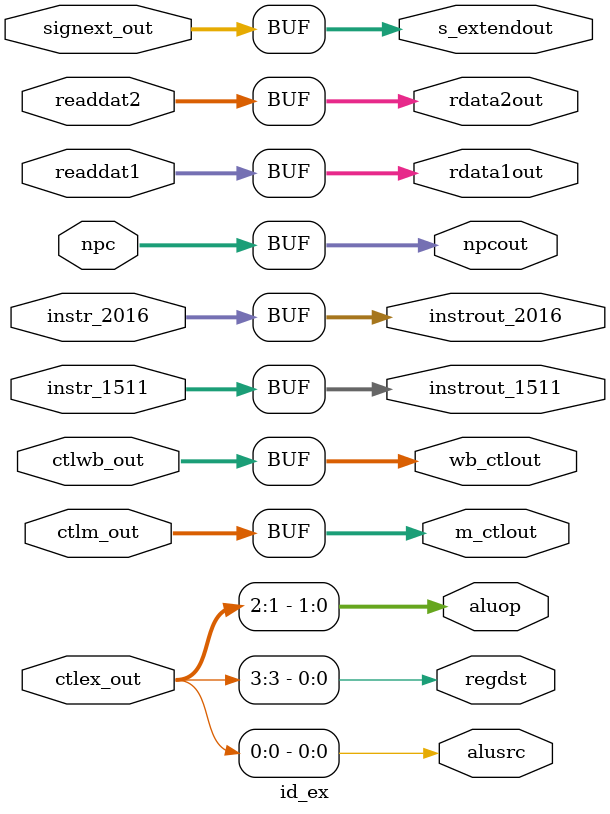
<source format=v>

`timescale 1ns / 1ps

module id_ex(
	input		wire 	[1:0]	ctlwb_out,
	input		wire 	[2:0]	ctlm_out,
	input		wire 	[3:0]	ctlex_out,
	input		wire 	[31:0]	npc,
	input		wire 	[31:0]	readdat1,
	input		wire 	[31:0]	readdat2,
	input		wire 	[31:0]	signext_out,
	input		wire	[4:0]	instr_2016,
	input		wire	[4:0]	instr_1511,
	output		reg		[1:0]	wb_ctlout,
	output		reg		[2:0]	m_ctlout,
	output		reg				alusrc,
	output		reg				regdst,
	output		reg		[1:0]	aluop, 
	output		reg 	[31:0]	s_extendout,
	output		reg 	[31:0]	rdata2out, 
	output		reg		[31:0]	rdata1out,
	output		reg		[31:0]	npcout,
	output		reg		[4:0]	instrout_1511,
	output		reg		[4:0]	instrout_2016
 );
		
initial 
begin
      
  		wb_ctlout 		<= 	0;
	  	m_ctlout 		<= 	0;
	  	regdst 			<=  0;
	  	aluop 			<=  0;
	  	alusrc 			<= 	0;
	  	npcout 			<= 	0;
	  	rdata1out 		<= 	0; 
	  	rdata2out 		<=  0;
	  	s_extendout 	<= 	0;
		instrout_2016 	<= 	0; 
		instrout_1511	<= 	0;
end

always @ * 
begin
    
 		 #1
	 	 wb_ctlout     <= ctlwb_out;
		 m_ctlout      <= ctlm_out;
		 regdst        <= ctlex_out[3];
		 aluop         <= ctlex_out[2:1];
		 alusrc        <= ctlex_out[0];
		 npcout        <= npc;
		 rdata1out     <= readdat1;
		 rdata2out     <= readdat2;
		 s_extendout   <= signext_out;
		 instrout_2016 <= instr_2016;
		 instrout_1511 <= instr_1511;
end
endmodule 

</source>
